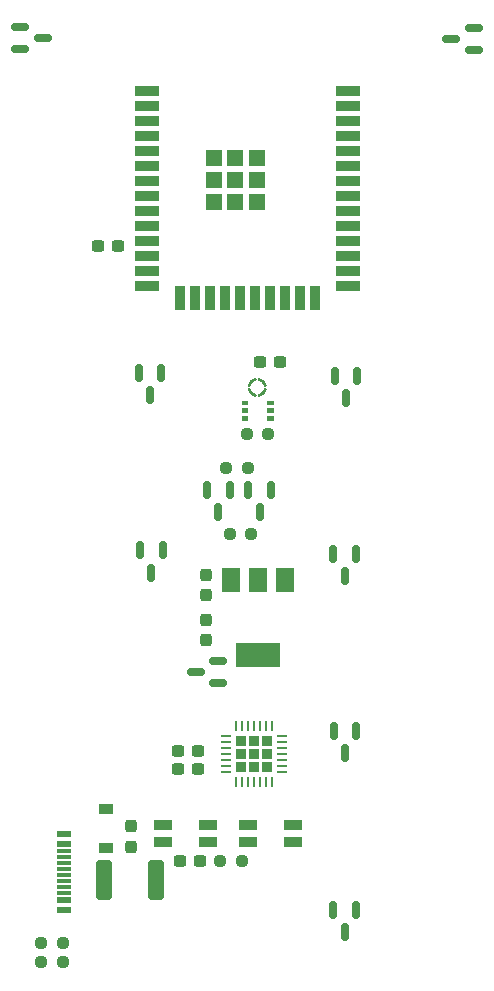
<source format=gbr>
%TF.GenerationSoftware,KiCad,Pcbnew,(6.0.0-0)*%
%TF.CreationDate,2022-03-11T16:11:59+01:00*%
%TF.ProjectId,GlowHubPCB,476c6f77-4875-4625-9043-422e6b696361,rev?*%
%TF.SameCoordinates,Original*%
%TF.FileFunction,Paste,Top*%
%TF.FilePolarity,Positive*%
%FSLAX46Y46*%
G04 Gerber Fmt 4.6, Leading zero omitted, Abs format (unit mm)*
G04 Created by KiCad (PCBNEW (6.0.0-0)) date 2022-03-11 16:11:59*
%MOMM*%
%LPD*%
G01*
G04 APERTURE LIST*
G04 Aperture macros list*
%AMRoundRect*
0 Rectangle with rounded corners*
0 $1 Rounding radius*
0 $2 $3 $4 $5 $6 $7 $8 $9 X,Y pos of 4 corners*
0 Add a 4 corners polygon primitive as box body*
4,1,4,$2,$3,$4,$5,$6,$7,$8,$9,$2,$3,0*
0 Add four circle primitives for the rounded corners*
1,1,$1+$1,$2,$3*
1,1,$1+$1,$4,$5*
1,1,$1+$1,$6,$7*
1,1,$1+$1,$8,$9*
0 Add four rect primitives between the rounded corners*
20,1,$1+$1,$2,$3,$4,$5,0*
20,1,$1+$1,$4,$5,$6,$7,0*
20,1,$1+$1,$6,$7,$8,$9,0*
20,1,$1+$1,$8,$9,$2,$3,0*%
G04 Aperture macros list end*
%ADD10C,0.240000*%
%ADD11C,0.010000*%
%ADD12RoundRect,0.250000X-0.400000X-1.450000X0.400000X-1.450000X0.400000X1.450000X-0.400000X1.450000X0*%
%ADD13RoundRect,0.150000X-0.587500X-0.150000X0.587500X-0.150000X0.587500X0.150000X-0.587500X0.150000X0*%
%ADD14RoundRect,0.237500X-0.250000X-0.237500X0.250000X-0.237500X0.250000X0.237500X-0.250000X0.237500X0*%
%ADD15R,1.500000X0.900000*%
%ADD16RoundRect,0.237500X-0.300000X-0.237500X0.300000X-0.237500X0.300000X0.237500X-0.300000X0.237500X0*%
%ADD17RoundRect,0.237500X0.250000X0.237500X-0.250000X0.237500X-0.250000X-0.237500X0.250000X-0.237500X0*%
%ADD18R,1.500000X2.000000*%
%ADD19R,3.800000X2.000000*%
%ADD20RoundRect,0.150000X-0.150000X0.587500X-0.150000X-0.587500X0.150000X-0.587500X0.150000X0.587500X0*%
%ADD21RoundRect,0.150000X0.587500X0.150000X-0.587500X0.150000X-0.587500X-0.150000X0.587500X-0.150000X0*%
%ADD22R,1.300000X0.600000*%
%ADD23R,1.300000X0.300000*%
%ADD24RoundRect,0.237500X-0.237500X0.300000X-0.237500X-0.300000X0.237500X-0.300000X0.237500X0.300000X0*%
%ADD25RoundRect,0.237500X0.300000X0.237500X-0.300000X0.237500X-0.300000X-0.237500X0.300000X-0.237500X0*%
%ADD26RoundRect,0.237500X0.237500X-0.300000X0.237500X0.300000X-0.237500X0.300000X-0.237500X-0.300000X0*%
%ADD27R,1.200000X0.900000*%
%ADD28R,0.900000X0.900000*%
%ADD29R,0.900000X0.250000*%
%ADD30R,0.250000X0.900000*%
%ADD31R,1.330000X1.330000*%
%ADD32R,2.000000X0.900000*%
%ADD33R,0.900000X2.000000*%
G04 APERTURE END LIST*
D10*
%TO.C,MK1*%
X74893200Y-83494000D02*
G75*
G03*
X75403200Y-84004000I696673J186673D01*
G01*
X75743200Y-84004000D02*
G75*
G03*
X76253200Y-83494000I-186673J696673D01*
G01*
X75403200Y-82644000D02*
G75*
G03*
X74893200Y-83154000I186673J-696673D01*
G01*
X76253200Y-83154000D02*
G75*
G03*
X75743200Y-82644000I-696673J-186673D01*
G01*
D11*
X76898200Y-84749000D02*
X76398200Y-84749000D01*
X76398200Y-84749000D02*
X76398200Y-84449000D01*
X76398200Y-84449000D02*
X76898200Y-84449000D01*
X76898200Y-84449000D02*
X76898200Y-84749000D01*
G36*
X76898200Y-84749000D02*
G01*
X76398200Y-84749000D01*
X76398200Y-84449000D01*
X76898200Y-84449000D01*
X76898200Y-84749000D01*
G37*
X76898200Y-84749000D02*
X76398200Y-84749000D01*
X76398200Y-84449000D01*
X76898200Y-84449000D01*
X76898200Y-84749000D01*
X74748200Y-85399000D02*
X74248200Y-85399000D01*
X74248200Y-85399000D02*
X74248200Y-85099000D01*
X74248200Y-85099000D02*
X74748200Y-85099000D01*
X74748200Y-85099000D02*
X74748200Y-85399000D01*
G36*
X74748200Y-85399000D02*
G01*
X74248200Y-85399000D01*
X74248200Y-85099000D01*
X74748200Y-85099000D01*
X74748200Y-85399000D01*
G37*
X74748200Y-85399000D02*
X74248200Y-85399000D01*
X74248200Y-85099000D01*
X74748200Y-85099000D01*
X74748200Y-85399000D01*
X76898200Y-86049000D02*
X76398200Y-86049000D01*
X76398200Y-86049000D02*
X76398200Y-85749000D01*
X76398200Y-85749000D02*
X76898200Y-85749000D01*
X76898200Y-85749000D02*
X76898200Y-86049000D01*
G36*
X76898200Y-86049000D02*
G01*
X76398200Y-86049000D01*
X76398200Y-85749000D01*
X76898200Y-85749000D01*
X76898200Y-86049000D01*
G37*
X76898200Y-86049000D02*
X76398200Y-86049000D01*
X76398200Y-85749000D01*
X76898200Y-85749000D01*
X76898200Y-86049000D01*
X74748200Y-86049000D02*
X74248200Y-86049000D01*
X74248200Y-86049000D02*
X74248200Y-85749000D01*
X74248200Y-85749000D02*
X74748200Y-85749000D01*
X74748200Y-85749000D02*
X74748200Y-86049000D01*
G36*
X74748200Y-86049000D02*
G01*
X74248200Y-86049000D01*
X74248200Y-85749000D01*
X74748200Y-85749000D01*
X74748200Y-86049000D01*
G37*
X74748200Y-86049000D02*
X74248200Y-86049000D01*
X74248200Y-85749000D01*
X74748200Y-85749000D01*
X74748200Y-86049000D01*
X74748200Y-84749000D02*
X74248200Y-84749000D01*
X74248200Y-84749000D02*
X74248200Y-84449000D01*
X74248200Y-84449000D02*
X74748200Y-84449000D01*
X74748200Y-84449000D02*
X74748200Y-84749000D01*
G36*
X74748200Y-84749000D02*
G01*
X74248200Y-84749000D01*
X74248200Y-84449000D01*
X74748200Y-84449000D01*
X74748200Y-84749000D01*
G37*
X74748200Y-84749000D02*
X74248200Y-84749000D01*
X74248200Y-84449000D01*
X74748200Y-84449000D01*
X74748200Y-84749000D01*
X76898200Y-85399000D02*
X76398200Y-85399000D01*
X76398200Y-85399000D02*
X76398200Y-85099000D01*
X76398200Y-85099000D02*
X76898200Y-85099000D01*
X76898200Y-85099000D02*
X76898200Y-85399000D01*
G36*
X76898200Y-85399000D02*
G01*
X76398200Y-85399000D01*
X76398200Y-85099000D01*
X76898200Y-85099000D01*
X76898200Y-85399000D01*
G37*
X76898200Y-85399000D02*
X76398200Y-85399000D01*
X76398200Y-85099000D01*
X76898200Y-85099000D01*
X76898200Y-85399000D01*
%TD*%
D12*
%TO.C,F1*%
X62576000Y-125024600D03*
X67026000Y-125024600D03*
%TD*%
D13*
%TO.C,Q4*%
X55533500Y-52784600D03*
X55533500Y-54684600D03*
X57408500Y-53734600D03*
%TD*%
D14*
%TO.C,R17*%
X72933500Y-90184300D03*
X74758500Y-90184300D03*
%TD*%
D15*
%TO.C,SW2*%
X71381000Y-120344600D03*
X67581000Y-120344600D03*
X67581000Y-121844600D03*
X71381000Y-121844600D03*
%TD*%
D16*
%TO.C,C19*%
X75801800Y-81190400D03*
X77526800Y-81190400D03*
%TD*%
D17*
%TO.C,R2*%
X59103500Y-130364600D03*
X57278500Y-130364600D03*
%TD*%
D18*
%TO.C,U6*%
X77924000Y-99655800D03*
X75624000Y-99655800D03*
X73324000Y-99655800D03*
D19*
X75624000Y-105955800D03*
%TD*%
D20*
%TO.C,Q3*%
X73246600Y-91990000D03*
X71346600Y-91990000D03*
X72296600Y-93865000D03*
%TD*%
D21*
%TO.C,Q5*%
X72268900Y-108353200D03*
X72268900Y-106453200D03*
X70393900Y-107403200D03*
%TD*%
D20*
%TO.C,Q1*%
X83931000Y-97397100D03*
X82031000Y-97397100D03*
X82981000Y-99272100D03*
%TD*%
D22*
%TO.C,USB1*%
X59183500Y-121154600D03*
X59183500Y-121954600D03*
D23*
X59183500Y-123104600D03*
X59183500Y-124104600D03*
X59183500Y-124604600D03*
X59183500Y-125604600D03*
D22*
X59183500Y-127554600D03*
X59183500Y-126754600D03*
D23*
X59183500Y-126104600D03*
X59183500Y-125104600D03*
X59183500Y-123604600D03*
X59183500Y-122604600D03*
%TD*%
D24*
%TO.C,C17*%
X71255200Y-102984700D03*
X71255200Y-104709700D03*
%TD*%
D25*
%TO.C,C20*%
X70560500Y-115607400D03*
X68835500Y-115607400D03*
%TD*%
D17*
%TO.C,R1*%
X59093500Y-131949000D03*
X57268500Y-131949000D03*
%TD*%
%TO.C,R18*%
X75063300Y-95746900D03*
X73238300Y-95746900D03*
%TD*%
D14*
%TO.C,R16*%
X74685000Y-87272000D03*
X76510000Y-87272000D03*
%TD*%
%TO.C,R20*%
X72456000Y-123444600D03*
X74281000Y-123444600D03*
%TD*%
D20*
%TO.C,Q9*%
X83941000Y-112437100D03*
X82041000Y-112437100D03*
X82991000Y-114312100D03*
%TD*%
D15*
%TO.C,SW1*%
X78620000Y-120344600D03*
X74820000Y-120344600D03*
X74820000Y-121844600D03*
X78620000Y-121844600D03*
%TD*%
D26*
%TO.C,C16*%
X71255200Y-100899700D03*
X71255200Y-99174700D03*
%TD*%
D16*
%TO.C,C15*%
X68835500Y-114108800D03*
X70560500Y-114108800D03*
%TD*%
D27*
%TO.C,D9*%
X62797000Y-119012000D03*
X62797000Y-122312000D03*
%TD*%
D20*
%TO.C,Q6*%
X83931000Y-127587100D03*
X82031000Y-127587100D03*
X82981000Y-129462100D03*
%TD*%
D28*
%TO.C,U5*%
X76411400Y-115462800D03*
X75311400Y-113262800D03*
X75311400Y-115462800D03*
X76411400Y-114362800D03*
X74211400Y-115462800D03*
X76411400Y-113262800D03*
X75311400Y-114362800D03*
X74211400Y-113262800D03*
X74211400Y-114362800D03*
D29*
X72911387Y-112862801D03*
X72911387Y-113362801D03*
X72911387Y-113862801D03*
X72911387Y-114362801D03*
X72911387Y-114862800D03*
X72911387Y-115362800D03*
X72911387Y-115862800D03*
D30*
X73811401Y-116762814D03*
X74311401Y-116762814D03*
X74811401Y-116762814D03*
X75311401Y-116762814D03*
X75811400Y-116762814D03*
X76311400Y-116762814D03*
X76811400Y-116762814D03*
D29*
X77711414Y-115862800D03*
X77711414Y-115362800D03*
X77711414Y-114862800D03*
X77711414Y-114362801D03*
X77711414Y-113862801D03*
X77711414Y-113362801D03*
X77711414Y-112862801D03*
D30*
X76811400Y-111962787D03*
X76311400Y-111962787D03*
X75811400Y-111962787D03*
X75311401Y-111962787D03*
X74811401Y-111962787D03*
X74311401Y-111962787D03*
X73811401Y-111962787D03*
%TD*%
D25*
%TO.C,C5*%
X63783500Y-71344600D03*
X62058500Y-71344600D03*
%TD*%
D20*
%TO.C,Q2*%
X76726400Y-91990000D03*
X74826400Y-91990000D03*
X75776400Y-93865000D03*
%TD*%
D25*
%TO.C,C18*%
X70763500Y-123414600D03*
X69038500Y-123414600D03*
%TD*%
D31*
%TO.C,U2*%
X75562500Y-67596650D03*
X73727500Y-67596650D03*
X71892500Y-67596650D03*
X75562500Y-65761650D03*
X73727500Y-65761650D03*
X71892500Y-65761650D03*
X75562500Y-63926650D03*
X73727500Y-63926650D03*
X71892500Y-63926650D03*
D32*
X83227500Y-58261650D03*
X83227500Y-59531650D03*
X83227500Y-60801650D03*
X83227500Y-62071650D03*
X83227500Y-63341650D03*
X83227500Y-64611650D03*
X83227500Y-65881650D03*
X83227500Y-67151650D03*
X83227500Y-68421650D03*
X83227500Y-69691650D03*
X83227500Y-70961650D03*
X83227500Y-72231650D03*
X83227500Y-73501650D03*
X83227500Y-74771650D03*
D33*
X80442500Y-75771650D03*
X79172500Y-75771650D03*
X77902500Y-75771650D03*
X76632500Y-75771650D03*
X75362500Y-75771650D03*
X74092500Y-75771650D03*
X72822500Y-75771650D03*
X71552500Y-75771650D03*
X70282500Y-75771650D03*
X69012500Y-75771650D03*
D32*
X66227500Y-74771650D03*
X66227500Y-73501650D03*
X66227500Y-72231650D03*
X66227500Y-70961650D03*
X66227500Y-69691650D03*
X66227500Y-68421650D03*
X66227500Y-67151650D03*
X66227500Y-65881650D03*
X66227500Y-64611650D03*
X66227500Y-63341650D03*
X66227500Y-62071650D03*
X66227500Y-60801650D03*
X66227500Y-59531650D03*
X66227500Y-58261650D03*
%TD*%
D26*
%TO.C,C1*%
X64851000Y-122217100D03*
X64851000Y-120492100D03*
%TD*%
D21*
%TO.C,Q10*%
X93898500Y-54774600D03*
X93898500Y-52874600D03*
X92023500Y-53824600D03*
%TD*%
D20*
%TO.C,Q8*%
X67461000Y-82067100D03*
X65561000Y-82067100D03*
X66511000Y-83942100D03*
%TD*%
%TO.C,Q7*%
X84031000Y-82317100D03*
X82131000Y-82317100D03*
X83081000Y-84192100D03*
%TD*%
%TO.C,Q11*%
X67561000Y-97117100D03*
X65661000Y-97117100D03*
X66611000Y-98992100D03*
%TD*%
M02*

</source>
